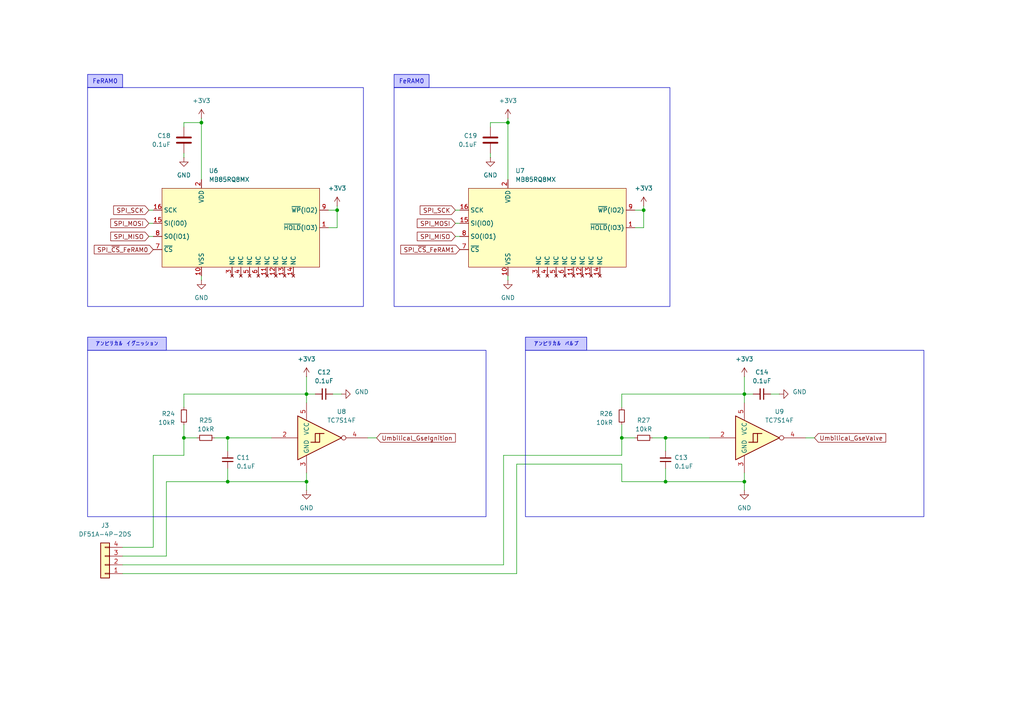
<source format=kicad_sch>
(kicad_sch (version 20250114) (generator "eeschema") (generator_version "9.0")
  (paper "A4")
  (lib_symbols
    (symbol "74xGxx:74AHC1G14"
      (property "Reference" "U" (at -2.54 3.81 0))
      (property "Value" "74AHC1G14" (at 0 -3.81 0))
      (symbol "74AHC1G14_0_1"
        (polyline (pts (xy -7.62 6.35) (xy -7.62 -6.35) (xy 5.08 0) (xy -7.62 6.35)) (stroke (width 0.254)) (fill (type background)))
        (polyline (pts (xy -3.81 -1.27) (xy -2.54 -1.27) (xy -2.54 1.27) (xy 0 1.27)) (stroke (width 0.254)) (fill (type background)))
        (polyline (pts (xy -2.54 -1.27) (xy -1.27 -1.27) (xy -1.27 1.27)) (stroke (width 0.254)) (fill (type background)))
      )
      (symbol "74AHC1G14_1_1"
        (pin input line (at -15.24 0 0) (length 7.62) (name "~") (number "2"))
        (pin power_in line (at -5.08 10.16 270) (length 5.08) (name "VCC") (number "5"))
        (pin power_in line (at -5.08 -10.16 90) (length 5.08) (name "GND") (number "3"))
        (pin output inverted (at 12.7 0 180) (length 7.62) (name "~") (number "4"))
      )
    )
    (symbol "Connector_Generic:Conn_01x04" (pin_names (offset 1.016) (hide yes))
      (property "Reference" "J" (at 0 5.08 0))
      (property "Value" "Conn_01x04" (at 0 -7.62 0))
      (symbol "Conn_01x04_1_1"
        (rectangle (start -1.27 3.81) (end 1.27 -6.35) (stroke (width 0.254)) (fill (type background)))
        (rectangle (start -1.27 2.667) (end 0 2.413) (stroke (width 0.1524)))
        (rectangle (start -1.27 0.127) (end 0 -0.127) (stroke (width 0.1524)))
        (rectangle (start -1.27 -2.413) (end 0 -2.667) (stroke (width 0.1524)))
        (rectangle (start -1.27 -4.953) (end 0 -5.207) (stroke (width 0.1524)))
        (pin passive line (at -5.08 2.54 0) (length 3.81) (name "Pin_1") (number "1"))
        (pin passive line (at -5.08 0 0) (length 3.81) (name "Pin_2") (number "2"))
        (pin passive line (at -5.08 -2.54 0) (length 3.81) (name "Pin_3") (number "3"))
        (pin passive line (at -5.08 -5.08 0) (length 3.81) (name "Pin_4") (number "4"))
      )
    )
    (symbol "Device:C" (pin_numbers (hide yes)) (pin_names (offset 0.254))
      (property "Reference" "C" (at 0.635 2.54 0))
      (property "Value" "C" (at 0.635 -2.54 0))
      (symbol "C_0_1"
        (polyline (pts (xy -2.032 0.762) (xy 2.032 0.762)) (stroke (width 0.508)))
        (polyline (pts (xy -2.032 -0.762) (xy 2.032 -0.762)) (stroke (width 0.508)))
      )
      (symbol "C_1_1"
        (pin passive line (at 0 3.81 270) (length 2.794) (name "~") (number "1"))
        (pin passive line (at 0 -3.81 90) (length 2.794) (name "~") (number "2"))
      )
    )
    (symbol "Device:C_Small" (pin_numbers (hide yes)) (pin_names (offset 0.254) (hide yes))
      (property "Reference" "C" (at 0.254 1.778 0))
      (property "Value" "C_Small" (at 0.254 -2.032 0))
      (symbol "C_Small_0_1"
        (polyline (pts (xy -1.524 0.508) (xy 1.524 0.508)) (stroke (width 0.3048)))
        (polyline (pts (xy -1.524 -0.508) (xy 1.524 -0.508)) (stroke (width 0.3302)))
      )
      (symbol "C_Small_1_1"
        (pin passive line (at 0 2.54 270) (length 2.032) (name "~") (number "1"))
        (pin passive line (at 0 -2.54 90) (length 2.032) (name "~") (number "2"))
      )
    )
    (symbol "Device:R_Small" (pin_numbers (hide yes)) (pin_names (offset 0.254) (hide yes))
      (property "Reference" "R" (at 0.762 0.508 0))
      (property "Value" "R_Small" (at 0.762 -1.016 0))
      (symbol "R_Small_0_1"
        (rectangle (start -0.762 1.778) (end 0.762 -1.778) (stroke (width 0.2032)))
      )
      (symbol "R_Small_1_1"
        (pin passive line (at 0 2.54 270) (length 0.762) (name "~") (number "1"))
        (pin passive line (at 0 -2.54 90) (length 0.762) (name "~") (number "2"))
      )
    )
    (symbol "GND_1" (power) (pin_numbers (hide yes)) (pin_names (offset 0) (hide yes))
      (property "Value" "GND" (at 0 -3.81 0))
      (symbol "GND_1_0_1"
        (polyline (pts (xy 0 0) (xy 0 -1.27) (xy 1.27 -1.27) (xy 0 -2.54) (xy -1.27 -1.27) (xy 0 -1.27)))
      )
      (symbol "GND_1_1_1"
        (pin power_in line (at 0 0 270) (length 0) (name "~") (number "1"))
      )
    )
    (symbol "TSRP_IC:MB85RQ8MX"
      (property "Reference" "U4" (at 33.782 4.064 0))
      (property "Value" "MB85RQ8MX" (at 33.782 1.524 0))
      (symbol "MB85RQ8MX_1_1"
        (rectangle (start 0 0) (end 45.72 -22.86) (fill (type background)))
        (pin input line (at -2.54 -6.35 0) (length 2.54) (name "SCK") (number "16"))
        (pin input line (at -2.54 -10.16 0) (length 2.54) (name "SI(IO0)") (number "15"))
        (pin output line (at -2.54 -13.97 0) (length 2.54) (name "SO(IO1)") (number "8"))
        (pin input line (at -2.54 -17.78 0) (length 2.54) (name "~{CS}") (number "7"))
        (pin power_in line (at 11.43 2.54 270) (length 2.54) (name "VDD") (number "2"))
        (pin power_in line (at 11.43 -25.4 90) (length 2.54) (name "VSS") (number "10"))
        (pin no_connect line (at 20.32 -25.4 90) (length 2.54) (name "NC") (number "3"))
        (pin no_connect line (at 22.86 -25.4 90) (length 2.54) (name "NC") (number "4"))
        (pin no_connect line (at 25.4 -25.4 90) (length 2.54) (name "NC") (number "5"))
        (pin no_connect line (at 27.94 -25.4 90) (length 2.54) (name "NC") (number "6"))
        (pin no_connect line (at 30.48 -25.4 90) (length 2.54) (name "NC") (number "11"))
        (pin no_connect line (at 33.02 -25.4 90) (length 2.54) (name "NC") (number "12"))
        (pin no_connect line (at 35.56 -25.4 90) (length 2.54) (name "NC") (number "13"))
        (pin no_connect line (at 38.1 -25.4 90) (length 2.54) (name "NC") (number "14"))
        (pin input line (at 48.26 -6.35 180) (length 2.54) (name "~{WP}(IO2)") (number "9"))
        (pin input line (at 48.26 -11.43 180) (length 2.54) (name "~{HOLD}(IO3)") (number "1"))
      )
    )
    (symbol "power:+3V3" (power) (pin_numbers (hide yes)) (pin_names (offset 0) (hide yes))
      (property "Value" "+3V3" (at 0 3.556 0))
      (symbol "+3V3_0_1"
        (polyline (pts (xy -0.762 1.27) (xy 0 2.54)))
        (polyline (pts (xy 0 2.54) (xy 0.762 1.27)))
        (polyline (pts (xy 0 0) (xy 0 2.54)))
      )
      (symbol "+3V3_1_1"
        (pin power_in line (at 0 0 90) (length 0) (name "~") (number "1"))
      )
    )
    (symbol "power:GND" (power) (pin_numbers (hide yes)) (pin_names (offset 0) (hide yes))
      (property "Value" "GND" (at 0 -3.81 0))
      (symbol "GND_0_1"
        (polyline (pts (xy 0 0) (xy 0 -1.27) (xy 1.27 -1.27) (xy 0 -2.54) (xy -1.27 -1.27) (xy 0 -1.27)))
      )
      (symbol "GND_1_1"
        (pin power_in line (at 0 0 270) (length 0) (name "~") (number "1"))
      )
    )
  )
  (rectangle (start 25.4 25.4) (end 105.41 88.9))
  (rectangle (start 25.4 101.6) (end 140.97 149.86))
  (rectangle (start 152.4 101.6) (end 267.97 149.86))
  (rectangle (start 114.3 25.4) (end 194.31 88.9))
  (text_box "FeRAM0" (at 114.3 21.59 0) (size 10.16 3.81) (margins 0.9525 0.9525 0.9525 0.9525) (fill (type color) (color 0 0 255 0.2)) (effects (font (size 1.27 1.27))))
  (text_box "アンビリカル イグニッション" (at 25.4 97.79 0) (size 22.86 3.81) (margins 0.9525 0.9525 0.9525 0.9525) (fill (type color) (color 0 0 255 0.2)) (effects (font (size 1.27 1.27))))
  (text_box "FeRAM0" (at 25.4 21.59 0) (size 10.16 3.81) (margins 0.9525 0.9525 0.9525 0.9525) (fill (type color) (color 0 0 255 0.2)) (effects (font (size 1.27 1.27))))
  (text_box "アンビリカル バルブ" (at 152.4 97.79 0) (size 17.78 3.81) (margins 0.9525 0.9525 0.9525 0.9525) (fill (type color) (color 0 0 255 0.2)) (effects (font (size 1.27 1.27))))
  (junction (at 97.79 60.96))
  (junction (at 180.34 127))
  (junction (at 58.42 35.56))
  (junction (at 53.34 127))
  (junction (at 66.04 139.7))
  (junction (at 215.9 139.7))
  (junction (at 88.9 139.7))
  (junction (at 193.04 139.7))
  (junction (at 193.04 127))
  (junction (at 88.9 114.3))
  (junction (at 147.32 35.56))
  (junction (at 66.04 127))
  (junction (at 215.9 114.3))
  (junction (at 186.69 60.96))
  (wire (pts (xy 193.04 127) (xy 205.74 127)))
  (wire (pts (xy 184.15 66.04) (xy 186.69 66.04)))
  (wire (pts (xy 215.9 114.3) (xy 215.9 116.84)))
  (wire (pts (xy 88.9 109.22) (xy 88.9 114.3)))
  (wire (pts (xy 147.32 35.56) (xy 147.32 52.07)))
  (wire (pts (xy 193.04 127) (xy 193.04 130.81)))
  (wire (pts (xy 189.23 127) (xy 193.04 127)))
  (wire (pts (xy 44.45 158.75) (xy 35.56 158.75)))
  (wire (pts (xy 88.9 114.3) (xy 88.9 116.84)))
  (wire (pts (xy 43.18 68.58) (xy 44.45 68.58)))
  (wire (pts (xy 99.06 114.3) (xy 96.52 114.3)))
  (wire (pts (xy 88.9 139.7) (xy 88.9 142.24)))
  (wire (pts (xy 218.44 114.3) (xy 215.9 114.3)))
  (wire (pts (xy 180.34 139.7) (xy 193.04 139.7)))
  (wire (pts (xy 180.34 127) (xy 180.34 132.08)))
  (wire (pts (xy 180.34 127) (xy 184.15 127)))
  (wire (pts (xy 193.04 135.89) (xy 193.04 139.7)))
  (wire (pts (xy 58.42 34.29) (xy 58.42 35.56)))
  (wire (pts (xy 142.24 44.45) (xy 142.24 45.72)))
  (wire (pts (xy 66.04 127) (xy 78.74 127)))
  (wire (pts (xy 180.34 114.3) (xy 215.9 114.3)))
  (wire (pts (xy 58.42 80.01) (xy 58.42 81.28)))
  (wire (pts (xy 44.45 132.08) (xy 53.34 132.08)))
  (wire (pts (xy 132.08 64.77) (xy 133.35 64.77)))
  (wire (pts (xy 215.9 137.16) (xy 215.9 139.7)))
  (wire (pts (xy 132.08 60.96) (xy 133.35 60.96)))
  (wire (pts (xy 91.44 114.3) (xy 88.9 114.3)))
  (wire (pts (xy 180.34 123.19) (xy 180.34 127)))
  (wire (pts (xy 58.42 35.56) (xy 58.42 52.07)))
  (wire (pts (xy 95.25 60.96) (xy 97.79 60.96)))
  (wire (pts (xy 35.56 161.29) (xy 48.26 161.29)))
  (wire (pts (xy 233.68 127) (xy 236.22 127)))
  (wire (pts (xy 97.79 66.04) (xy 97.79 60.96)))
  (wire (pts (xy 215.9 109.22) (xy 215.9 114.3)))
  (wire (pts (xy 66.04 135.89) (xy 66.04 139.7)))
  (wire (pts (xy 132.08 68.58) (xy 133.35 68.58)))
  (wire (pts (xy 44.45 132.08) (xy 44.45 158.75)))
  (wire (pts (xy 43.18 60.96) (xy 44.45 60.96)))
  (wire (pts (xy 66.04 127) (xy 66.04 130.81)))
  (wire (pts (xy 226.06 114.3) (xy 223.52 114.3)))
  (wire (pts (xy 53.34 44.45) (xy 53.34 45.72)))
  (wire (pts (xy 53.34 127) (xy 57.15 127)))
  (wire (pts (xy 53.34 114.3) (xy 88.9 114.3)))
  (wire (pts (xy 149.86 134.62) (xy 180.34 134.62)))
  (wire (pts (xy 43.18 64.77) (xy 44.45 64.77)))
  (wire (pts (xy 53.34 36.83) (xy 53.34 35.56)))
  (wire (pts (xy 180.34 134.62) (xy 180.34 139.7)))
  (wire (pts (xy 66.04 139.7) (xy 88.9 139.7)))
  (wire (pts (xy 186.69 66.04) (xy 186.69 60.96)))
  (wire (pts (xy 142.24 35.56) (xy 147.32 35.56)))
  (wire (pts (xy 184.15 60.96) (xy 186.69 60.96)))
  (wire (pts (xy 95.25 66.04) (xy 97.79 66.04)))
  (wire (pts (xy 146.05 132.08) (xy 180.34 132.08)))
  (wire (pts (xy 147.32 80.01) (xy 147.32 81.28)))
  (wire (pts (xy 149.86 134.62) (xy 149.86 166.37)))
  (wire (pts (xy 97.79 60.96) (xy 97.79 59.69)))
  (wire (pts (xy 147.32 34.29) (xy 147.32 35.56)))
  (wire (pts (xy 88.9 137.16) (xy 88.9 139.7)))
  (wire (pts (xy 48.26 139.7) (xy 48.26 161.29)))
  (wire (pts (xy 53.34 35.56) (xy 58.42 35.56)))
  (wire (pts (xy 35.56 166.37) (xy 149.86 166.37)))
  (wire (pts (xy 180.34 114.3) (xy 180.34 118.11)))
  (wire (pts (xy 186.69 60.96) (xy 186.69 59.69)))
  (wire (pts (xy 53.34 114.3) (xy 53.34 118.11)))
  (wire (pts (xy 193.04 139.7) (xy 215.9 139.7)))
  (wire (pts (xy 53.34 127) (xy 53.34 132.08)))
  (wire (pts (xy 142.24 36.83) (xy 142.24 35.56)))
  (wire (pts (xy 106.68 127) (xy 109.22 127)))
  (wire (pts (xy 215.9 139.7) (xy 215.9 142.24)))
  (wire (pts (xy 53.34 123.19) (xy 53.34 127)))
  (wire (pts (xy 146.05 163.83) (xy 146.05 132.08)))
  (wire (pts (xy 35.56 163.83) (xy 146.05 163.83)))
  (wire (pts (xy 48.26 139.7) (xy 66.04 139.7)))
  (wire (pts (xy 62.23 127) (xy 66.04 127)))
  (global_label "SPI_SCK" (shape input) (at 43.18 60.96 180) (property "Intersheetrefs" "${INTERSHEET_REFS}" (effects (hide yes))))
  (global_label "SPI_MOSI" (shape input) (at 43.18 64.77 180) (property "Intersheetrefs" "${INTERSHEET_REFS}" (effects (hide yes))))
  (global_label "SPI_SCK" (shape input) (at 132.08 60.96 180) (property "Intersheetrefs" "${INTERSHEET_REFS}" (effects (hide yes))))
  (global_label "SPI_MISO" (shape input) (at 43.18 68.58 180) (property "Intersheetrefs" "${INTERSHEET_REFS}" (effects (hide yes))))
  (global_label "SPI_~{CS}_FeRAM0" (shape input) (at 44.45 72.39 180) (property "Intersheetrefs" "${INTERSHEET_REFS}" (effects (hide yes))))
  (global_label "Umbilical_GseIgnition" (shape input) (at 109.22 127 0) (property "Intersheetrefs" "${INTERSHEET_REFS}" (effects (hide yes))))
  (global_label "SPI_MISO" (shape input) (at 132.08 68.58 180) (property "Intersheetrefs" "${INTERSHEET_REFS}" (effects (hide yes))))
  (global_label "SPI_~{CS}_FeRAM1" (shape input) (at 133.35 72.39 180) (property "Intersheetrefs" "${INTERSHEET_REFS}" (effects (hide yes))))
  (global_label "Umbilical_GseValve" (shape input) (at 236.22 127 0) (property "Intersheetrefs" "${INTERSHEET_REFS}" (effects (hide yes))))
  (global_label "SPI_MOSI" (shape input) (at 132.08 64.77 180) (property "Intersheetrefs" "${INTERSHEET_REFS}" (effects (hide yes))))
  (symbol (lib_id "Connector_Generic:Conn_01x04") (at 30.48 163.83 180) (unit 1)
    (property "Reference" "J3" (at 30.48 152.4 0))
    (property "Value" "DF51A-4P-2DS" (at 30.48 154.94 0))
    (property "Footprint" "TSRP_Connector_Hirose:DF51A-4P-2DS" (effects (hide yes)))
    (property "Description" "Generic connector, single row, 01x04, script generated (kicad-library-utils/schlib/autogen/connector/)" (effects (hide yes)))
  )
  (symbol (lib_id "power:+3V3") (at 88.9 109.22 0) (unit 1)
    (property "Reference" "#PWR039" (effects (hide yes)))
    (property "Value" "+3V3" (at 88.9 104.14 0))
    (property "Description" "Power symbol creates a global label with name \"+3V3\"" (effects (hide yes)))
  )
  (symbol (lib_id "power:+3V3") (at 215.9 109.22 0) (unit 1)
    (property "Reference" "#PWR040" (effects (hide yes)))
    (property "Value" "+3V3" (at 215.9 104.14 0))
    (property "Description" "Power symbol creates a global label with name \"+3V3\"" (effects (hide yes)))
  )
  (symbol (lib_name "GND_1") (lib_id "power:GND") (at 58.42 81.28 0) (unit 1)
    (property "Reference" "#PWR062" (effects (hide yes)))
    (property "Value" "GND" (at 58.42 86.36 0))
    (property "Description" "Power symbol creates a global label with name \"GND\" , ground" (effects (hide yes)))
  )
  (symbol (lib_id "power:+3V3") (at 97.79 59.69 0) (unit 1)
    (property "Reference" "#PWR053" (effects (hide yes)))
    (property "Value" "+3V3" (at 97.79 54.61 0))
    (property "Description" "Power symbol creates a global label with name \"+3V3\"" (effects (hide yes)))
  )
  (symbol (lib_id "Device:C_Small") (at 66.04 133.35 180) (unit 1)
    (property "Reference" "C11" (at 68.58 132.7086 0) (effects (justify right)))
    (property "Value" "0.1uF" (at 68.58 135.2486 0) (effects (justify right)))
    (property "Footprint" "Capacitor_SMD:C_0603_1608Metric_Pad1.08x0.95mm_HandSolder" (effects (hide yes)))
    (property "Datasheet" "https://akizukidenshi.com/catalog/g/gP-16143/" (effects (hide yes)))
  )
  (symbol (lib_id "power:+3V3") (at 186.69 59.69 0) (unit 1)
    (property "Reference" "#PWR043" (effects (hide yes)))
    (property "Value" "+3V3" (at 186.69 54.61 0))
    (property "Description" "Power symbol creates a global label with name \"+3V3\"" (effects (hide yes)))
  )
  (symbol (lib_id "74xGxx:74AHC1G14") (at 93.98 127 0) (unit 1)
    (property "Reference" "U8" (at 99.06 119.38 0))
    (property "Value" "TC7S14F" (at 99.06 121.92 0))
    (property "Footprint" "Package_TO_SOT_SMD:TSOT-23-5_HandSoldering" (effects (hide yes)))
    (property "Datasheet" "https://akizukidenshi.com/catalog/g/gI-14737/" (effects (hide yes)))
  )
  (symbol (lib_id "74xGxx:74AHC1G14") (at 220.98 127 0) (unit 1)
    (property "Reference" "U9" (at 226.06 119.38 0))
    (property "Value" "TC7S14F" (at 226.06 121.92 0))
    (property "Footprint" "Package_TO_SOT_SMD:TSOT-23-5_HandSoldering" (effects (hide yes)))
    (property "Datasheet" "https://akizukidenshi.com/catalog/g/gI-14737/" (effects (hide yes)))
  )
  (symbol (lib_id "Device:C_Small") (at 193.04 133.35 180) (unit 1)
    (property "Reference" "C13" (at 195.58 132.7086 0) (effects (justify right)))
    (property "Value" "0.1uF" (at 195.58 135.2486 0) (effects (justify right)))
    (property "Footprint" "Capacitor_SMD:C_0603_1608Metric_Pad1.08x0.95mm_HandSolder" (effects (hide yes)))
    (property "Datasheet" "https://akizukidenshi.com/catalog/g/gP-16143/" (effects (hide yes)))
  )
  (symbol (lib_id "power:GND") (at 88.9 142.24 0) (unit 1)
    (property "Reference" "#PWR048" (effects (hide yes)))
    (property "Value" "GND" (at 88.9 147.32 0))
  )
  (symbol (lib_id "Device:C") (at 142.24 40.64 0) (mirror y) (unit 1)
    (property "Reference" "C19" (at 138.43 39.3699 0) (effects (justify left)))
    (property "Value" "0.1uF" (at 138.43 41.9099 0) (effects (justify left)))
    (property "Footprint" "Capacitor_SMD:C_0603_1608Metric_Pad1.08x0.95mm_HandSolder" (effects (hide yes)))
    (property "Datasheet" "https://akizukidenshi.com/catalog/g/g113374/" (effects (hide yes)))
    (property "Description" "Unpolarized capacitor" (effects (hide yes)))
  )
  (symbol (lib_id "power:GND") (at 215.9 142.24 0) (unit 1)
    (property "Reference" "#PWR051" (effects (hide yes)))
    (property "Value" "GND" (at 215.9 147.32 0))
  )
  (symbol (lib_id "power:+3V3") (at 147.32 34.29 0) (unit 1)
    (property "Reference" "#PWR042" (effects (hide yes)))
    (property "Value" "+3V3" (at 147.32 29.21 0))
    (property "Description" "Power symbol creates a global label with name \"+3V3\"" (effects (hide yes)))
  )
  (symbol (lib_id "TSRP_IC:MB85RQ8MX") (at 46.99 54.61 0) (unit 1)
    (property "Reference" "U6" (at 60.5633 49.53 0) (effects (justify left)))
    (property "Value" "MB85RQ8MX" (at 60.5633 52.07 0) (effects (justify left)))
    (property "Footprint" "Package_SO:SOIC-16W_7.5x10.3mm_P1.27mm" (effects (hide yes)))
  )
  (symbol (lib_id "TSRP_IC:MB85RQ8MX") (at 135.89 54.61 0) (unit 1)
    (property "Reference" "U7" (at 149.4633 49.53 0) (effects (justify left)))
    (property "Value" "MB85RQ8MX" (at 149.4633 52.07 0) (effects (justify left)))
    (property "Footprint" "Package_SO:SOIC-16W_7.5x10.3mm_P1.27mm" (effects (hide yes)))
  )
  (symbol (lib_id "Device:C_Small") (at 93.98 114.3 270) (unit 1)
    (property "Reference" "C12" (at 93.98 107.95 90))
    (property "Value" "0.1uF" (at 93.98 110.49 90))
    (property "Footprint" "Capacitor_SMD:C_0603_1608Metric_Pad1.08x0.95mm_HandSolder" (effects (hide yes)))
    (property "Datasheet" "https://akizukidenshi.com/catalog/g/gP-16143/" (effects (hide yes)))
  )
  (symbol (lib_id "Device:R_Small") (at 186.69 127 90) (unit 1)
    (property "Reference" "R27" (at 186.69 121.92 90))
    (property "Value" "10kR" (at 186.69 124.46 90))
    (property "Footprint" "Resistor_SMD:R_0603_1608Metric_Pad0.98x0.95mm_HandSolder" (effects (hide yes)))
    (property "Datasheet" "https://www.chip1stop.com/view/dispDetail/DispDetail?partId=ROHM-0021098" (effects (hide yes)))
  )
  (symbol (lib_name "GND_1") (lib_id "power:GND") (at 147.32 81.28 0) (unit 1)
    (property "Reference" "#PWR066" (effects (hide yes)))
    (property "Value" "GND" (at 147.32 86.36 0))
    (property "Description" "Power symbol creates a global label with name \"GND\" , ground" (effects (hide yes)))
  )
  (symbol (lib_name "GND_1") (lib_id "power:GND") (at 53.34 45.72 0) (unit 1)
    (property "Reference" "#PWR060" (effects (hide yes)))
    (property "Value" "GND" (at 53.34 50.8 0))
    (property "Description" "Power symbol creates a global label with name \"GND\" , ground" (effects (hide yes)))
  )
  (symbol (lib_id "Device:C_Small") (at 220.98 114.3 270) (unit 1)
    (property "Reference" "C14" (at 220.98 107.95 90))
    (property "Value" "0.1uF" (at 220.98 110.49 90))
    (property "Footprint" "Capacitor_SMD:C_0603_1608Metric_Pad1.08x0.95mm_HandSolder" (effects (hide yes)))
    (property "Datasheet" "https://akizukidenshi.com/catalog/g/gP-16143/" (effects (hide yes)))
  )
  (symbol (lib_id "Device:R_Small") (at 180.34 120.65 0) (mirror x) (unit 1)
    (property "Reference" "R26" (at 177.8 120.015 0) (effects (justify right)))
    (property "Value" "10kR" (at 177.8 122.555 0) (effects (justify right)))
    (property "Footprint" "Resistor_SMD:R_0603_1608Metric_Pad0.98x0.95mm_HandSolder" (effects (hide yes)))
    (property "Datasheet" "https://www.chip1stop.com/view/dispDetail/DispDetail?partId=ROHM-0021098" (effects (hide yes)))
  )
  (symbol (lib_id "Device:C") (at 53.34 40.64 0) (mirror y) (unit 1)
    (property "Reference" "C18" (at 49.53 39.3699 0) (effects (justify left)))
    (property "Value" "0.1uF" (at 49.53 41.9099 0) (effects (justify left)))
    (property "Footprint" "Capacitor_SMD:C_0603_1608Metric_Pad1.08x0.95mm_HandSolder" (effects (hide yes)))
    (property "Datasheet" "https://akizukidenshi.com/catalog/g/g113374/" (effects (hide yes)))
    (property "Description" "Unpolarized capacitor" (effects (hide yes)))
  )
  (symbol (lib_id "power:+3V3") (at 58.42 34.29 0) (unit 1)
    (property "Reference" "#PWR044" (effects (hide yes)))
    (property "Value" "+3V3" (at 58.42 29.21 0))
    (property "Description" "Power symbol creates a global label with name \"+3V3\"" (effects (hide yes)))
  )
  (symbol (lib_id "Device:R_Small") (at 53.34 120.65 0) (mirror x) (unit 1)
    (property "Reference" "R24" (at 50.8 120.015 0) (effects (justify right)))
    (property "Value" "10kR" (at 50.8 122.555 0) (effects (justify right)))
    (property "Footprint" "Resistor_SMD:R_0603_1608Metric_Pad0.98x0.95mm_HandSolder" (effects (hide yes)))
    (property "Datasheet" "https://www.chip1stop.com/view/dispDetail/DispDetail?partId=ROHM-0021098" (effects (hide yes)))
  )
  (symbol (lib_id "Device:R_Small") (at 59.69 127 90) (unit 1)
    (property "Reference" "R25" (at 59.69 121.92 90))
    (property "Value" "10kR" (at 59.69 124.46 90))
    (property "Footprint" "Resistor_SMD:R_0603_1608Metric_Pad0.98x0.95mm_HandSolder" (effects (hide yes)))
    (property "Datasheet" "https://www.chip1stop.com/view/dispDetail/DispDetail?partId=ROHM-0021098" (effects (hide yes)))
  )
  (symbol (lib_id "power:GND") (at 226.06 114.3 90) (unit 1)
    (property "Reference" "#PWR052" (effects (hide yes)))
    (property "Value" "GND" (at 229.87 113.665 90) (effects (justify right)))
  )
  (symbol (lib_id "power:GND") (at 99.06 114.3 90) (unit 1)
    (property "Reference" "#PWR049" (effects (hide yes)))
    (property "Value" "GND" (at 102.87 113.665 90) (effects (justify right)))
  )
  (symbol (lib_name "GND_1") (lib_id "power:GND") (at 142.24 45.72 0) (unit 1)
    (property "Reference" "#PWR064" (effects (hide yes)))
    (property "Value" "GND" (at 142.24 50.8 0))
    (property "Description" "Power symbol creates a global label with name \"GND\" , ground" (effects (hide yes)))
  )
)
</source>
